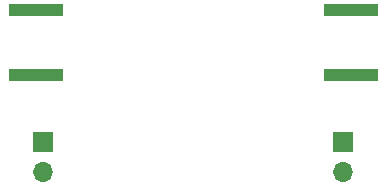
<source format=gbr>
%TF.GenerationSoftware,KiCad,Pcbnew,7.0.8*%
%TF.CreationDate,2024-03-05T13:27:25-05:00*%
%TF.ProjectId,NewLow,4e65774c-6f77-42e6-9b69-6361645f7063,rev?*%
%TF.SameCoordinates,Original*%
%TF.FileFunction,Copper,L2,Bot*%
%TF.FilePolarity,Positive*%
%FSLAX46Y46*%
G04 Gerber Fmt 4.6, Leading zero omitted, Abs format (unit mm)*
G04 Created by KiCad (PCBNEW 7.0.8) date 2024-03-05 13:27:25*
%MOMM*%
%LPD*%
G01*
G04 APERTURE LIST*
%TA.AperFunction,SMDPad,CuDef*%
%ADD10R,4.560000X1.000000*%
%TD*%
%TA.AperFunction,ComponentPad*%
%ADD11R,1.700000X1.700000*%
%TD*%
%TA.AperFunction,ComponentPad*%
%ADD12O,1.700000X1.700000*%
%TD*%
G04 APERTURE END LIST*
D10*
%TO.P,REF\u002A\u002A,SH3*%
%TO.N,N/C*%
X73546500Y-60732750D03*
%TO.P,REF\u002A\u002A,SH4*%
X73546500Y-66272750D03*
%TD*%
%TO.P,REF\u002A\u002A,SH3*%
%TO.N,N/C*%
X100189500Y-66267250D03*
%TO.P,REF\u002A\u002A,SH4*%
X100189500Y-60727250D03*
%TD*%
D11*
%TO.P,REF\u002A\u002A,1*%
%TO.N,N/C*%
X99568000Y-71882000D03*
D12*
%TO.P,REF\u002A\u002A,2*%
X99568000Y-74422000D03*
%TD*%
D11*
%TO.P,REF\u002A\u002A,1*%
%TO.N,N/C*%
X74168000Y-71882000D03*
D12*
%TO.P,REF\u002A\u002A,2*%
X74168000Y-74422000D03*
%TD*%
M02*

</source>
